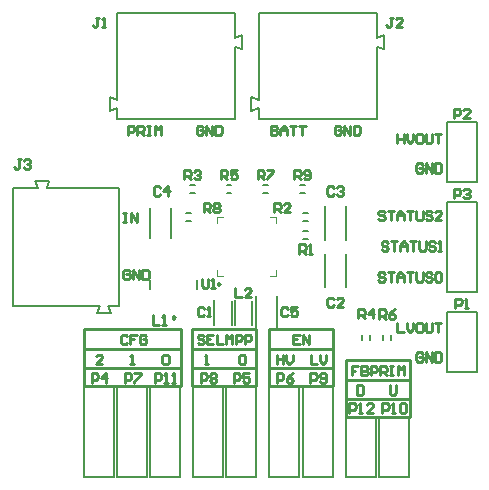
<source format=gto>
G04*
G04 #@! TF.GenerationSoftware,Altium Limited,Altium Designer,21.7.2 (23)*
G04*
G04 Layer_Color=65535*
%FSLAX25Y25*%
%MOIN*%
G70*
G04*
G04 #@! TF.SameCoordinates,4C6A6D40-5D94-4475-8A21-F7F3A9D7BEC8*
G04*
G04*
G04 #@! TF.FilePolarity,Positive*
G04*
G01*
G75*
%ADD10C,0.00984*%
%ADD11C,0.01000*%
%ADD12C,0.00394*%
%ADD13C,0.00787*%
D10*
X69980Y66339D02*
X69242Y66765D01*
Y65912D01*
X69980Y66339D01*
X54823Y55216D02*
X54085Y55643D01*
Y54790D01*
X54823Y55216D01*
D11*
X60630Y32283D02*
X81890D01*
X60630Y44488D02*
X81890D01*
Y32283D02*
Y44488D01*
X60630Y32283D02*
Y44488D01*
X86221Y32283D02*
X107480D01*
X86221Y44488D02*
X107480D01*
Y32283D02*
Y44488D01*
X86221Y32283D02*
Y44488D01*
X60630Y38189D02*
X81890D01*
X60630Y51181D02*
X81890D01*
Y38189D02*
Y51181D01*
X60630Y38189D02*
Y51181D01*
X111811Y27953D02*
X133071D01*
X111811Y40945D02*
X133071D01*
Y27953D02*
Y40945D01*
X111811Y27953D02*
Y40945D01*
X24409Y32283D02*
X56693D01*
X24409Y44488D02*
X56693D01*
Y32283D02*
Y44488D01*
X24409Y32283D02*
Y44488D01*
Y38189D02*
X56693D01*
X24409Y51181D02*
X56693D01*
Y38189D02*
Y51181D01*
X24409Y38189D02*
Y51181D01*
X111811Y22047D02*
X133071D01*
X111811Y34252D02*
X133071D01*
Y22047D02*
Y34252D01*
X111811Y22047D02*
Y34252D01*
X86221Y38189D02*
X107480D01*
X86221Y51181D02*
X107480D01*
Y38189D02*
Y51181D01*
X86221Y38189D02*
Y51181D01*
X115894Y38991D02*
X113795D01*
Y37417D01*
X114845D01*
X113795D01*
Y35842D01*
X116944Y38991D02*
Y35842D01*
X118518D01*
X119043Y36367D01*
Y36892D01*
X118518Y37417D01*
X116944D01*
X118518D01*
X119043Y37942D01*
Y38466D01*
X118518Y38991D01*
X116944D01*
X120092Y35842D02*
Y38991D01*
X121667D01*
X122192Y38466D01*
Y37417D01*
X121667Y36892D01*
X120092D01*
X123241Y35842D02*
Y38991D01*
X124815D01*
X125340Y38466D01*
Y37417D01*
X124815Y36892D01*
X123241D01*
X124291D02*
X125340Y35842D01*
X126390Y38991D02*
X127439D01*
X126914D01*
Y35842D01*
X126390D01*
X127439D01*
X129014D02*
Y38991D01*
X130063Y37942D01*
X131113Y38991D01*
Y35842D01*
X115567Y32495D02*
Y29346D01*
X117141D01*
X117666Y29871D01*
Y31970D01*
X117141Y32495D01*
X115567D01*
X126394D02*
Y29871D01*
X126918Y29346D01*
X127968D01*
X128493Y29871D01*
Y32495D01*
X100016Y42731D02*
Y39583D01*
X102115D01*
X103164Y42731D02*
Y40632D01*
X104214Y39583D01*
X105263Y40632D01*
Y42731D01*
X88795D02*
Y39583D01*
Y41157D01*
X90894D01*
Y42731D01*
Y39583D01*
X91944Y42731D02*
Y40632D01*
X92993Y39583D01*
X94043Y40632D01*
Y42731D01*
X96406Y49424D02*
X94307D01*
Y46276D01*
X96406D01*
X94307Y47850D02*
X95357D01*
X97456Y46276D02*
Y49424D01*
X99555Y46276D01*
Y49424D01*
X64516Y48899D02*
X63992Y49424D01*
X62942D01*
X62417Y48899D01*
Y48375D01*
X62942Y47850D01*
X63992D01*
X64516Y47325D01*
Y46800D01*
X63992Y46276D01*
X62942D01*
X62417Y46800D01*
X67665Y49424D02*
X65566D01*
Y46276D01*
X67665D01*
X65566Y47850D02*
X66615D01*
X68714Y49424D02*
Y46276D01*
X70814D01*
X71863D02*
Y49424D01*
X72913Y48375D01*
X73962Y49424D01*
Y46276D01*
X75012D02*
Y49424D01*
X76586D01*
X77111Y48899D01*
Y47850D01*
X76586Y47325D01*
X75012D01*
X78160Y46276D02*
Y49424D01*
X79735D01*
X80259Y48899D01*
Y47850D01*
X79735Y47325D01*
X78160D01*
X64780Y39583D02*
X65829D01*
X65304D01*
Y42731D01*
X64780Y42206D01*
X76197D02*
X76722Y42731D01*
X77771D01*
X78296Y42206D01*
Y40108D01*
X77771Y39583D01*
X76722D01*
X76197Y40108D01*
Y42206D01*
X50606D02*
X51131Y42731D01*
X52181D01*
X52705Y42206D01*
Y40108D01*
X52181Y39583D01*
X51131D01*
X50606Y40108D01*
Y42206D01*
X39976Y39583D02*
X41026D01*
X40501D01*
Y42731D01*
X39976Y42206D01*
X30658Y39583D02*
X28559D01*
X30658Y41682D01*
Y42206D01*
X30133Y42731D01*
X29084D01*
X28559Y42206D01*
X38926Y48899D02*
X38401Y49424D01*
X37352D01*
X36827Y48899D01*
Y46800D01*
X37352Y46276D01*
X38401D01*
X38926Y46800D01*
X42074Y49424D02*
X39975D01*
Y47850D01*
X41025D01*
X39975D01*
Y46276D01*
X45223Y48899D02*
X44698Y49424D01*
X43649D01*
X43124Y48899D01*
Y46800D01*
X43649Y46276D01*
X44698D01*
X45223Y46800D01*
Y47850D01*
X44173D01*
X86827Y119109D02*
Y115961D01*
X88401D01*
X88926Y116485D01*
Y117010D01*
X88401Y117535D01*
X86827D01*
X88401D01*
X88926Y118060D01*
Y118585D01*
X88401Y119109D01*
X86827D01*
X89975Y115961D02*
Y118060D01*
X91025Y119109D01*
X92074Y118060D01*
Y115961D01*
Y117535D01*
X89975D01*
X93124Y119109D02*
X95223D01*
X94174D01*
Y115961D01*
X96272Y119109D02*
X98372D01*
X97322D01*
Y115961D01*
X39189D02*
Y119109D01*
X40763D01*
X41288Y118585D01*
Y117535D01*
X40763Y117010D01*
X39189D01*
X42338Y115961D02*
Y119109D01*
X43912D01*
X44437Y118585D01*
Y117535D01*
X43912Y117010D01*
X42338D01*
X43387D02*
X44437Y115961D01*
X45486Y119109D02*
X46536D01*
X46011D01*
Y115961D01*
X45486D01*
X46536D01*
X48110D02*
Y119109D01*
X49160Y118060D01*
X50209Y119109D01*
Y115961D01*
X110184Y118585D02*
X109659Y119109D01*
X108609D01*
X108085Y118585D01*
Y116485D01*
X108609Y115961D01*
X109659D01*
X110184Y116485D01*
Y117535D01*
X109134D01*
X111233Y115961D02*
Y119109D01*
X113332Y115961D01*
Y119109D01*
X114382D02*
Y115961D01*
X115956D01*
X116481Y116485D01*
Y118585D01*
X115956Y119109D01*
X114382D01*
X64121Y118585D02*
X63596Y119109D01*
X62546D01*
X62022Y118585D01*
Y116485D01*
X62546Y115961D01*
X63596D01*
X64121Y116485D01*
Y117535D01*
X63071D01*
X65170Y115961D02*
Y119109D01*
X67269Y115961D01*
Y119109D01*
X68319D02*
Y115961D01*
X69893D01*
X70418Y116485D01*
Y118585D01*
X69893Y119109D01*
X68319D01*
X37612Y89975D02*
X38662D01*
X38137D01*
Y86827D01*
X37612D01*
X38662D01*
X40236D02*
Y89975D01*
X42335Y86827D01*
Y89975D01*
X39713Y70553D02*
X39189Y71078D01*
X38139D01*
X37614Y70553D01*
Y68454D01*
X38139Y67929D01*
X39189D01*
X39713Y68454D01*
Y69503D01*
X38664D01*
X40763Y67929D02*
Y71078D01*
X42862Y67929D01*
Y71078D01*
X43911D02*
Y67929D01*
X45486D01*
X46010Y68454D01*
Y70553D01*
X45486Y71078D01*
X43911D01*
X124755Y69766D02*
X124230Y70290D01*
X123180D01*
X122656Y69766D01*
Y69241D01*
X123180Y68716D01*
X124230D01*
X124755Y68191D01*
Y67667D01*
X124230Y67142D01*
X123180D01*
X122656Y67667D01*
X125804Y70290D02*
X127903D01*
X126854D01*
Y67142D01*
X128953D02*
Y69241D01*
X130002Y70290D01*
X131052Y69241D01*
Y67142D01*
Y68716D01*
X128953D01*
X132101Y70290D02*
X134200D01*
X133151D01*
Y67142D01*
X135250Y70290D02*
Y67667D01*
X135775Y67142D01*
X136824D01*
X137349Y67667D01*
Y70290D01*
X140498Y69766D02*
X139973Y70290D01*
X138923D01*
X138399Y69766D01*
Y69241D01*
X138923Y68716D01*
X139973D01*
X140498Y68191D01*
Y67667D01*
X139973Y67142D01*
X138923D01*
X138399Y67667D01*
X141547Y69766D02*
X142072Y70290D01*
X143121D01*
X143646Y69766D01*
Y67667D01*
X143121Y67142D01*
X142072D01*
X141547Y67667D01*
Y69766D01*
X125804Y80002D02*
X125279Y80527D01*
X124230D01*
X123705Y80002D01*
Y79477D01*
X124230Y78952D01*
X125279D01*
X125804Y78427D01*
Y77903D01*
X125279Y77378D01*
X124230D01*
X123705Y77903D01*
X126854Y80527D02*
X128953D01*
X127903D01*
Y77378D01*
X130002D02*
Y79477D01*
X131052Y80527D01*
X132101Y79477D01*
Y77378D01*
Y78952D01*
X130002D01*
X133151Y80527D02*
X135250D01*
X134200D01*
Y77378D01*
X136300Y80527D02*
Y77903D01*
X136824Y77378D01*
X137874D01*
X138399Y77903D01*
Y80527D01*
X141547Y80002D02*
X141022Y80527D01*
X139973D01*
X139448Y80002D01*
Y79477D01*
X139973Y78952D01*
X141022D01*
X141547Y78427D01*
Y77903D01*
X141022Y77378D01*
X139973D01*
X139448Y77903D01*
X142597Y77378D02*
X143646D01*
X143121D01*
Y80527D01*
X142597Y80002D01*
X124755Y90238D02*
X124230Y90763D01*
X123180D01*
X122656Y90238D01*
Y89713D01*
X123180Y89188D01*
X124230D01*
X124755Y88664D01*
Y88139D01*
X124230Y87614D01*
X123180D01*
X122656Y88139D01*
X125804Y90763D02*
X127903D01*
X126854D01*
Y87614D01*
X128953D02*
Y89713D01*
X130002Y90763D01*
X131052Y89713D01*
Y87614D01*
Y89188D01*
X128953D01*
X132101Y90763D02*
X134200D01*
X133151D01*
Y87614D01*
X135250Y90763D02*
Y88139D01*
X135775Y87614D01*
X136824D01*
X137349Y88139D01*
Y90763D01*
X140498Y90238D02*
X139973Y90763D01*
X138923D01*
X138399Y90238D01*
Y89713D01*
X138923Y89188D01*
X139973D01*
X140498Y88664D01*
Y88139D01*
X139973Y87614D01*
X138923D01*
X138399Y88139D01*
X143646Y87614D02*
X141547D01*
X143646Y89713D01*
Y90238D01*
X143121Y90763D01*
X142072D01*
X141547Y90238D01*
X128953Y53361D02*
Y50213D01*
X131052D01*
X132101Y53361D02*
Y51262D01*
X133151Y50213D01*
X134200Y51262D01*
Y53361D01*
X136824D02*
X135775D01*
X135250Y52836D01*
Y50737D01*
X135775Y50213D01*
X136824D01*
X137349Y50737D01*
Y52836D01*
X136824Y53361D01*
X138399D02*
Y50737D01*
X138923Y50213D01*
X139973D01*
X140498Y50737D01*
Y53361D01*
X141547D02*
X143646D01*
X142597D01*
Y50213D01*
X137349Y42994D02*
X136824Y43519D01*
X135775D01*
X135250Y42994D01*
Y40895D01*
X135775Y40370D01*
X136824D01*
X137349Y40895D01*
Y41944D01*
X136300D01*
X138399Y40370D02*
Y43519D01*
X140498Y40370D01*
Y43519D01*
X141547D02*
Y40370D01*
X143121D01*
X143646Y40895D01*
Y42994D01*
X143121Y43519D01*
X141547D01*
X137349Y105986D02*
X136824Y106511D01*
X135775D01*
X135250Y105986D01*
Y103887D01*
X135775Y103362D01*
X136824D01*
X137349Y103887D01*
Y104937D01*
X136300D01*
X138399Y103362D02*
Y106511D01*
X140498Y103362D01*
Y106511D01*
X141547D02*
Y103362D01*
X143121D01*
X143646Y103887D01*
Y105986D01*
X143121Y106511D01*
X141547D01*
X128953Y116353D02*
Y113205D01*
Y114779D01*
X131052D01*
Y116353D01*
Y113205D01*
X132101Y116353D02*
Y114254D01*
X133151Y113205D01*
X134200Y114254D01*
Y116353D01*
X136824D02*
X135775D01*
X135250Y115829D01*
Y113730D01*
X135775Y113205D01*
X136824D01*
X137349Y113730D01*
Y115829D01*
X136824Y116353D01*
X138399D02*
Y113730D01*
X138923Y113205D01*
X139973D01*
X140498Y113730D01*
Y116353D01*
X141547D02*
X143646D01*
X142597D01*
Y113205D01*
X64502Y90158D02*
Y93307D01*
X66076D01*
X66601Y92782D01*
Y91732D01*
X66076Y91207D01*
X64502D01*
X65552D02*
X66601Y90158D01*
X67651Y92782D02*
X68176Y93307D01*
X69225D01*
X69750Y92782D01*
Y92257D01*
X69225Y91732D01*
X69750Y91207D01*
Y90683D01*
X69225Y90158D01*
X68176D01*
X67651Y90683D01*
Y91207D01*
X68176Y91732D01*
X67651Y92257D01*
Y92782D01*
X68176Y91732D02*
X69225D01*
X49869Y98294D02*
X49344Y98818D01*
X48295D01*
X47770Y98294D01*
Y96195D01*
X48295Y95670D01*
X49344D01*
X49869Y96195D01*
X52493Y95670D02*
Y98818D01*
X50919Y97244D01*
X53017D01*
X63846Y68110D02*
Y65486D01*
X64371Y64961D01*
X65420D01*
X65945Y65486D01*
Y68110D01*
X66994Y64961D02*
X68044D01*
X67519D01*
Y68110D01*
X66994Y67585D01*
X3412Y107873D02*
X2363D01*
X2888D01*
Y105250D01*
X2363Y104725D01*
X1838D01*
X1313Y105250D01*
X4462Y107349D02*
X4986Y107873D01*
X6036D01*
X6561Y107349D01*
Y106824D01*
X6036Y106299D01*
X5511D01*
X6036D01*
X6561Y105774D01*
Y105250D01*
X6036Y104725D01*
X4986D01*
X4462Y105250D01*
X29528Y155118D02*
X28478D01*
X29003D01*
Y152494D01*
X28478Y151969D01*
X27953D01*
X27428Y152494D01*
X30577Y151969D02*
X31627D01*
X31102D01*
Y155118D01*
X30577Y154593D01*
X127428Y155118D02*
X126379D01*
X126903D01*
Y152494D01*
X126379Y151969D01*
X125854D01*
X125329Y152494D01*
X130577Y151969D02*
X128478D01*
X130577Y154068D01*
Y154593D01*
X130052Y155118D01*
X129002D01*
X128478Y154593D01*
X94612Y101182D02*
Y104330D01*
X96186D01*
X96711Y103805D01*
Y102756D01*
X96186Y102231D01*
X94612D01*
X95661D02*
X96711Y101182D01*
X97760Y101706D02*
X98285Y101182D01*
X99335D01*
X99860Y101706D01*
Y103805D01*
X99335Y104330D01*
X98285D01*
X97760Y103805D01*
Y103281D01*
X98285Y102756D01*
X99860D01*
X122967Y54725D02*
Y57873D01*
X124541D01*
X125066Y57349D01*
Y56299D01*
X124541Y55774D01*
X122967D01*
X124016D02*
X125066Y54725D01*
X128214Y57873D02*
X127165Y57349D01*
X126115Y56299D01*
Y55250D01*
X126640Y54725D01*
X127690D01*
X128214Y55250D01*
Y55774D01*
X127690Y56299D01*
X126115D01*
X115987Y54814D02*
Y57963D01*
X117562D01*
X118087Y57438D01*
Y56388D01*
X117562Y55864D01*
X115987D01*
X117037D02*
X118087Y54814D01*
X120710D02*
Y57963D01*
X119136Y56388D01*
X121235D01*
X82415Y101182D02*
Y104330D01*
X83990D01*
X84515Y103805D01*
Y102756D01*
X83990Y102231D01*
X82415D01*
X83465D02*
X84515Y101182D01*
X85564Y104330D02*
X87663D01*
Y103805D01*
X85564Y101706D01*
Y101182D01*
X70211D02*
Y104330D01*
X71785D01*
X72310Y103805D01*
Y102756D01*
X71785Y102231D01*
X70211D01*
X71260D02*
X72310Y101182D01*
X75459Y104330D02*
X73359D01*
Y102756D01*
X74409Y103281D01*
X74934D01*
X75459Y102756D01*
Y101706D01*
X74934Y101182D01*
X73884D01*
X73359Y101706D01*
X58006Y101182D02*
Y104330D01*
X59580D01*
X60105Y103805D01*
Y102756D01*
X59580Y102231D01*
X58006D01*
X59056D02*
X60105Y101182D01*
X61155Y103805D02*
X61680Y104330D01*
X62729D01*
X63254Y103805D01*
Y103281D01*
X62729Y102756D01*
X62204D01*
X62729D01*
X63254Y102231D01*
Y101706D01*
X62729Y101182D01*
X61680D01*
X61155Y101706D01*
X87927Y90158D02*
Y93307D01*
X89502D01*
X90026Y92782D01*
Y91732D01*
X89502Y91207D01*
X87927D01*
X88977D02*
X90026Y90158D01*
X93175D02*
X91076D01*
X93175Y92257D01*
Y92782D01*
X92650Y93307D01*
X91601D01*
X91076Y92782D01*
X96326Y76379D02*
Y79527D01*
X97900D01*
X98425Y79002D01*
Y77953D01*
X97900Y77428D01*
X96326D01*
X97376D02*
X98425Y76379D01*
X99475D02*
X100524D01*
X99999D01*
Y79527D01*
X99475Y79002D01*
X88868Y33332D02*
Y36480D01*
X90443D01*
X90968Y35955D01*
Y34906D01*
X90443Y34381D01*
X88868D01*
X94116Y36480D02*
X93067Y35955D01*
X92017Y34906D01*
Y33856D01*
X92542Y33332D01*
X93591D01*
X94116Y33856D01*
Y34381D01*
X93591Y34906D01*
X92017D01*
X48164Y33332D02*
Y36480D01*
X49738D01*
X50263Y35955D01*
Y34906D01*
X49738Y34381D01*
X48164D01*
X51312Y33332D02*
X52362D01*
X51837D01*
Y36480D01*
X51312Y35955D01*
X53936Y33332D02*
X54986D01*
X54461D01*
Y36480D01*
X53936Y35955D01*
X74369Y33332D02*
Y36480D01*
X75943D01*
X76468Y35955D01*
Y34906D01*
X75943Y34381D01*
X74369D01*
X79616Y36480D02*
X77517D01*
Y34906D01*
X78567Y35431D01*
X79091D01*
X79616Y34906D01*
Y33856D01*
X79091Y33332D01*
X78042D01*
X77517Y33856D01*
X27068Y33332D02*
Y36480D01*
X28643D01*
X29168Y35955D01*
Y34906D01*
X28643Y34381D01*
X27068D01*
X31791Y33332D02*
Y36480D01*
X30217Y34906D01*
X32316D01*
X147770Y94882D02*
Y98031D01*
X149344D01*
X149869Y97506D01*
Y96457D01*
X149344Y95932D01*
X147770D01*
X150918Y97506D02*
X151443Y98031D01*
X152493D01*
X153017Y97506D01*
Y96982D01*
X152493Y96457D01*
X151968D01*
X152493D01*
X153017Y95932D01*
Y95407D01*
X152493Y94882D01*
X151443D01*
X150918Y95407D01*
X38168Y33332D02*
Y36480D01*
X39743D01*
X40268Y35955D01*
Y34906D01*
X39743Y34381D01*
X38168D01*
X41317Y36480D02*
X43416D01*
Y35955D01*
X41317Y33856D01*
Y33332D01*
X148295Y58268D02*
Y61417D01*
X149869D01*
X150394Y60892D01*
Y59842D01*
X149869Y59318D01*
X148295D01*
X151443Y58268D02*
X152493D01*
X151968D01*
Y61417D01*
X151443Y60892D01*
X147770Y121654D02*
Y124803D01*
X149344D01*
X149869Y124278D01*
Y123228D01*
X149344Y122704D01*
X147770D01*
X153017Y121654D02*
X150918D01*
X153017Y123753D01*
Y124278D01*
X152493Y124803D01*
X151443D01*
X150918Y124278D01*
X99968Y33332D02*
Y36480D01*
X101543D01*
X102068Y35955D01*
Y34906D01*
X101543Y34381D01*
X99968D01*
X103117Y33856D02*
X103642Y33332D01*
X104691D01*
X105216Y33856D01*
Y35955D01*
X104691Y36480D01*
X103642D01*
X103117Y35955D01*
Y35431D01*
X103642Y34906D01*
X105216D01*
X112993Y23426D02*
Y26574D01*
X114568D01*
X115093Y26050D01*
Y25000D01*
X114568Y24475D01*
X112993D01*
X116142Y23426D02*
X117192D01*
X116667D01*
Y26574D01*
X116142Y26050D01*
X120865Y23426D02*
X118766D01*
X120865Y25525D01*
Y26050D01*
X120340Y26574D01*
X119291D01*
X118766Y26050D01*
X63368Y33332D02*
Y36480D01*
X64943D01*
X65468Y35955D01*
Y34906D01*
X64943Y34381D01*
X63368D01*
X66517Y35955D02*
X67042Y36480D01*
X68091D01*
X68616Y35955D01*
Y35431D01*
X68091Y34906D01*
X68616Y34381D01*
Y33856D01*
X68091Y33332D01*
X67042D01*
X66517Y33856D01*
Y34381D01*
X67042Y34906D01*
X66517Y35431D01*
Y35955D01*
X67042Y34906D02*
X68091D01*
X123994Y23426D02*
Y26574D01*
X125568D01*
X126093Y26050D01*
Y25000D01*
X125568Y24475D01*
X123994D01*
X127142Y23426D02*
X128192D01*
X127667D01*
Y26574D01*
X127142Y26050D01*
X129766D02*
X130291Y26574D01*
X131340D01*
X131865Y26050D01*
Y23950D01*
X131340Y23426D01*
X130291D01*
X129766Y23950D01*
Y26050D01*
X74935Y64960D02*
Y61812D01*
X77034D01*
X80183D02*
X78084D01*
X80183Y63911D01*
Y64435D01*
X79658Y64960D01*
X78609D01*
X78084Y64435D01*
X47507Y55905D02*
Y52756D01*
X49606D01*
X50656D02*
X51705D01*
X51181D01*
Y55905D01*
X50656Y55380D01*
X92389Y58136D02*
X91864Y58661D01*
X90814D01*
X90290Y58136D01*
Y56037D01*
X90814Y55512D01*
X91864D01*
X92389Y56037D01*
X95537Y58661D02*
X93438D01*
Y57087D01*
X94488Y57611D01*
X95012D01*
X95537Y57087D01*
Y56037D01*
X95012Y55512D01*
X93963D01*
X93438Y56037D01*
X107743Y98294D02*
X107218Y98818D01*
X106169D01*
X105644Y98294D01*
Y96195D01*
X106169Y95670D01*
X107218D01*
X107743Y96195D01*
X108792Y98294D02*
X109317Y98818D01*
X110367D01*
X110892Y98294D01*
Y97769D01*
X110367Y97244D01*
X109842D01*
X110367D01*
X110892Y96719D01*
Y96195D01*
X110367Y95670D01*
X109317D01*
X108792Y96195D01*
X107743Y61286D02*
X107218Y61810D01*
X106169D01*
X105644Y61286D01*
Y59187D01*
X106169Y58662D01*
X107218D01*
X107743Y59187D01*
X110892Y58662D02*
X108792D01*
X110892Y60761D01*
Y61286D01*
X110367Y61810D01*
X109317D01*
X108792Y61286D01*
X64567Y58136D02*
X64042Y58661D01*
X62993D01*
X62468Y58136D01*
Y56037D01*
X62993Y55512D01*
X64042D01*
X64567Y56037D01*
X65617Y55512D02*
X66666D01*
X66141D01*
Y58661D01*
X65617Y58136D01*
D12*
X68898Y68898D02*
X70965D01*
X68898D02*
Y70965D01*
Y86516D02*
Y88583D01*
X70965D01*
X86516D02*
X88583D01*
Y86516D02*
Y88583D01*
X86516Y68898D02*
X88583D01*
Y70965D01*
D13*
X58465Y89961D02*
X60039D01*
X58465Y87205D02*
X60039D01*
X59842Y99410D02*
X61417D01*
X59842Y96653D02*
X61417D01*
X80610Y52641D02*
Y60745D01*
X73721Y52641D02*
Y60745D01*
X89000Y51157D02*
Y62229D01*
X81866Y51157D02*
Y62229D01*
X53556Y81681D02*
Y91548D01*
X46444Y81681D02*
Y91548D01*
X97638Y87205D02*
X99213D01*
X97638Y89961D02*
X99213D01*
X97638Y81299D02*
X99213D01*
X97638Y84055D02*
X99213D01*
X104701Y65330D02*
Y76402D01*
X111835Y65330D02*
Y76402D01*
X104701Y81078D02*
Y92150D01*
X111835Y81078D02*
Y92150D01*
X96457Y96653D02*
X98032D01*
X96457Y99410D02*
X98032D01*
X84252Y96653D02*
X85827D01*
X84252Y99410D02*
X85827D01*
X72047Y96653D02*
X73622D01*
X72047Y99410D02*
X73622D01*
X67716Y52547D02*
Y60839D01*
X74803Y52547D02*
Y60839D01*
X126772Y47638D02*
Y49213D01*
X124016Y47638D02*
Y49213D01*
X119882Y47638D02*
Y49213D01*
X117126Y47638D02*
Y49213D01*
X121929Y1929D02*
Y21929D01*
X111929D02*
X121929D01*
X111929Y1929D02*
Y21929D01*
Y1929D02*
X121929D01*
X132953D02*
Y21929D01*
X122953D02*
X132953D01*
X122953Y1929D02*
Y21929D01*
Y1929D02*
X132953D01*
X97362Y31929D02*
X107362D01*
Y1929D02*
Y31929D01*
X97362Y1929D02*
X107362D01*
X97362D02*
Y31929D01*
X86339D02*
X96339D01*
Y1929D02*
Y31929D01*
X86339Y1929D02*
X96339D01*
X86339D02*
Y31929D01*
X71772D02*
X81772D01*
Y1929D02*
Y31929D01*
X71772Y1929D02*
X81772D01*
X71772D02*
Y31929D01*
X60748D02*
X70748D01*
Y1929D02*
Y31929D01*
X60748Y1929D02*
X70748D01*
X60748D02*
Y31929D01*
X46575D02*
X56575D01*
Y1929D02*
Y31929D01*
X46575Y1929D02*
X56575D01*
X46575D02*
Y31929D01*
X35551D02*
X45551D01*
Y1929D02*
Y31929D01*
X35551Y1929D02*
X45551D01*
X35551D02*
Y31929D01*
X24528D02*
X34528D01*
Y1929D02*
Y31929D01*
X24528Y1929D02*
X34528D01*
X24528D02*
Y31929D01*
X145394Y63740D02*
X155394D01*
X145394D02*
Y93740D01*
X155394D01*
Y63740D02*
Y93740D01*
X155394Y36968D02*
Y56968D01*
X145394D02*
X155394D01*
X145394Y36968D02*
Y56968D01*
Y36968D02*
X155394D01*
Y100354D02*
Y120354D01*
X145394D02*
X155394D01*
X145394Y100354D02*
Y120354D01*
Y100354D02*
X155394D01*
X787Y59055D02*
X29724D01*
X32480D02*
X36220D01*
Y98425D01*
X787Y59055D02*
Y98425D01*
X9252D01*
X12009D02*
X36220D01*
X8268Y100788D02*
X12992D01*
X8268D02*
X9251Y98425D01*
X12009D02*
X12992Y100788D01*
X32480Y59055D02*
X33464Y56693D01*
X28739D02*
X33464D01*
X28739D02*
X29723Y59055D01*
X82677Y127756D02*
Y156693D01*
Y121260D02*
Y125000D01*
Y121260D02*
X122047D01*
X82677Y156693D02*
X122047D01*
Y148228D02*
Y156693D01*
Y121260D02*
Y145472D01*
X124410Y144488D02*
Y149213D01*
X122047Y148229D02*
X124410Y149213D01*
X122047Y145472D02*
X124410Y144488D01*
X80315Y124017D02*
X82677Y125000D01*
X80315Y124017D02*
Y128741D01*
X82677Y127758D01*
X35432Y127756D02*
Y156693D01*
Y121260D02*
Y125000D01*
Y121260D02*
X74802D01*
X35432Y156693D02*
X74802D01*
Y148228D02*
Y156693D01*
Y121260D02*
Y145472D01*
X77165Y144488D02*
Y149213D01*
X74802Y148229D02*
X77165Y149213D01*
X74802Y145472D02*
X77165Y144488D01*
X33070Y124016D02*
X35432Y125000D01*
X33070Y124016D02*
Y128741D01*
X35432Y127758D01*
X46504Y64665D02*
Y67618D01*
X62157Y64665D02*
Y67618D01*
M02*

</source>
